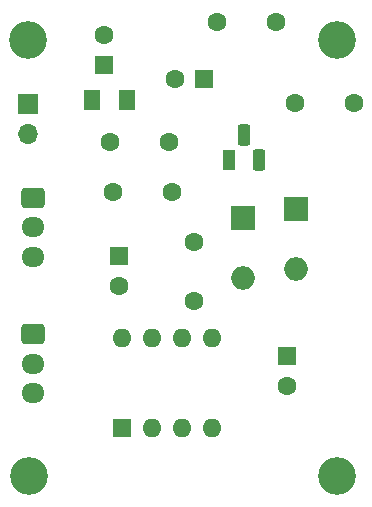
<source format=gbr>
%TF.GenerationSoftware,KiCad,Pcbnew,7.0.9*%
%TF.CreationDate,2023-12-11T11:25:51+01:00*%
%TF.ProjectId,3v3To5vPowerSupply,33763354-6f35-4765-906f-776572537570,1.1*%
%TF.SameCoordinates,Original*%
%TF.FileFunction,Soldermask,Bot*%
%TF.FilePolarity,Negative*%
%FSLAX46Y46*%
G04 Gerber Fmt 4.6, Leading zero omitted, Abs format (unit mm)*
G04 Created by KiCad (PCBNEW 7.0.9) date 2023-12-11 11:25:51*
%MOMM*%
%LPD*%
G01*
G04 APERTURE LIST*
G04 Aperture macros list*
%AMRoundRect*
0 Rectangle with rounded corners*
0 $1 Rounding radius*
0 $2 $3 $4 $5 $6 $7 $8 $9 X,Y pos of 4 corners*
0 Add a 4 corners polygon primitive as box body*
4,1,4,$2,$3,$4,$5,$6,$7,$8,$9,$2,$3,0*
0 Add four circle primitives for the rounded corners*
1,1,$1+$1,$2,$3*
1,1,$1+$1,$4,$5*
1,1,$1+$1,$6,$7*
1,1,$1+$1,$8,$9*
0 Add four rect primitives between the rounded corners*
20,1,$1+$1,$2,$3,$4,$5,0*
20,1,$1+$1,$4,$5,$6,$7,0*
20,1,$1+$1,$6,$7,$8,$9,0*
20,1,$1+$1,$8,$9,$2,$3,0*%
G04 Aperture macros list end*
%ADD10R,1.100000X1.800000*%
%ADD11RoundRect,0.275000X-0.275000X-0.625000X0.275000X-0.625000X0.275000X0.625000X-0.275000X0.625000X0*%
%ADD12O,1.700000X1.700000*%
%ADD13R,1.700000X1.700000*%
%ADD14RoundRect,0.250000X-0.725000X0.600000X-0.725000X-0.600000X0.725000X-0.600000X0.725000X0.600000X0*%
%ADD15O,1.950000X1.700000*%
%ADD16C,1.600000*%
%ADD17C,3.200000*%
%ADD18R,1.600000X1.600000*%
%ADD19R,2.000000X2.000000*%
%ADD20O,2.000000X2.000000*%
%ADD21O,1.600000X1.600000*%
%ADD22RoundRect,0.250001X0.462499X0.624999X-0.462499X0.624999X-0.462499X-0.624999X0.462499X-0.624999X0*%
G04 APERTURE END LIST*
D10*
%TO.C,U3*%
X74803000Y-27451000D03*
D11*
X76073000Y-25381000D03*
X77343000Y-27451000D03*
%TD*%
D12*
%TO.C,J2*%
X57785000Y-25273000D03*
D13*
X57785000Y-22733000D03*
%TD*%
D14*
%TO.C,J3*%
X58207144Y-30648144D03*
D15*
X58207144Y-33148144D03*
X58207144Y-35648144D03*
%TD*%
D16*
%TO.C,C9*%
X71882000Y-34417000D03*
X71882000Y-39417000D03*
%TD*%
%TO.C,C8*%
X69963544Y-30216344D03*
X64963544Y-30216344D03*
%TD*%
D17*
%TO.C,REF\u002A\u002A*%
X57912000Y-54229000D03*
%TD*%
D18*
%TO.C,C1*%
X79756000Y-44109000D03*
D16*
X79756000Y-46609000D03*
%TD*%
%TO.C,C6*%
X69770000Y-25908000D03*
X64770000Y-25908000D03*
%TD*%
%TO.C,C3*%
X80391000Y-22606000D03*
X85391000Y-22606000D03*
%TD*%
D18*
%TO.C,C7*%
X65532000Y-35624888D03*
D16*
X65532000Y-38124888D03*
%TD*%
D18*
%TO.C,C2*%
X72729856Y-20574000D03*
D16*
X70229856Y-20574000D03*
%TD*%
D19*
%TO.C,D2*%
X80457544Y-31587944D03*
D20*
X80457544Y-36667944D03*
%TD*%
D14*
%TO.C,J1*%
X58207144Y-42205144D03*
D15*
X58207144Y-44705144D03*
X58207144Y-47205144D03*
%TD*%
D17*
%TO.C,REF\u002A\u002A*%
X57785000Y-17272000D03*
%TD*%
%TO.C,REF\u002A\u002A*%
X83947000Y-54229000D03*
%TD*%
D18*
%TO.C,U1*%
X65796000Y-50155000D03*
D21*
X68336000Y-50155000D03*
X70876000Y-50155000D03*
X73416000Y-50155000D03*
X73416000Y-42535000D03*
X70876000Y-42535000D03*
X68336000Y-42535000D03*
X65796000Y-42535000D03*
%TD*%
D17*
%TO.C,REF\u002A\u002A*%
X83947000Y-17272000D03*
%TD*%
D19*
%TO.C,D1*%
X76037944Y-32400744D03*
D20*
X76037944Y-37480744D03*
%TD*%
D18*
%TO.C,C4*%
X64262000Y-19391000D03*
D16*
X64262000Y-16891000D03*
%TD*%
%TO.C,C5*%
X73827000Y-15748000D03*
X78827000Y-15748000D03*
%TD*%
D22*
%TO.C,L1*%
X66167000Y-22352000D03*
X63192000Y-22352000D03*
%TD*%
M02*

</source>
